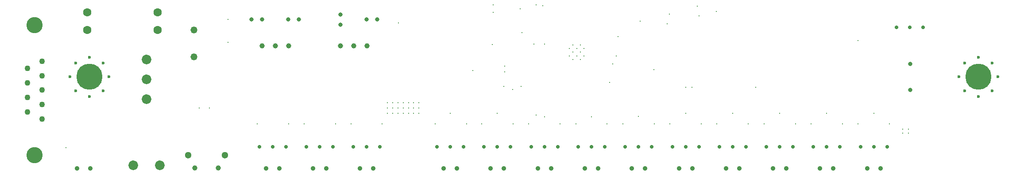
<source format=gbr>
%TF.GenerationSoftware,KiCad,Pcbnew,9.0.1*%
%TF.CreationDate,2025-06-18T18:38:48+02:00*%
%TF.ProjectId,open_g_db,6f70656e-5f67-45f6-9462-2e6b69636164,rev?*%
%TF.SameCoordinates,Original*%
%TF.FileFunction,Plated,1,4,PTH,Drill*%
%TF.FilePolarity,Positive*%
%FSLAX46Y46*%
G04 Gerber Fmt 4.6, Leading zero omitted, Abs format (unit mm)*
G04 Created by KiCad (PCBNEW 9.0.1) date 2025-06-18 18:38:48*
%MOMM*%
%LPD*%
G01*
G04 APERTURE LIST*
%TA.AperFunction,ComponentDrill*%
%ADD10C,0.200000*%
%TD*%
%TA.AperFunction,ViaDrill*%
%ADD11C,0.300000*%
%TD*%
%TA.AperFunction,ComponentDrill*%
%ADD12C,0.600000*%
%TD*%
%TA.AperFunction,ComponentDrill*%
%ADD13C,0.720000*%
%TD*%
%TA.AperFunction,ComponentDrill*%
%ADD14C,0.800000*%
%TD*%
%TA.AperFunction,ComponentDrill*%
%ADD15C,0.900000*%
%TD*%
%TA.AperFunction,ComponentDrill*%
%ADD16C,0.990000*%
%TD*%
%TA.AperFunction,ComponentDrill*%
%ADD17C,1.000000*%
%TD*%
%TA.AperFunction,ComponentDrill*%
%ADD18C,1.100000*%
%TD*%
%TA.AperFunction,ComponentDrill*%
%ADD19C,1.300000*%
%TD*%
%TA.AperFunction,ComponentDrill*%
%ADD20C,1.320000*%
%TD*%
%TA.AperFunction,ComponentDrill*%
%ADD21C,1.600000*%
%TD*%
%TA.AperFunction,ComponentDrill*%
%ADD22C,1.850000*%
%TD*%
%TA.AperFunction,ComponentDrill*%
%ADD23C,3.100000*%
%TD*%
%TA.AperFunction,ComponentDrill*%
%ADD24C,5.000000*%
%TD*%
G04 APERTURE END LIST*
D10*
%TO.C,U1*%
X151780000Y-69550000D03*
X151780000Y-70950000D03*
X152480000Y-68850000D03*
X152480000Y-70250000D03*
X152480000Y-71650000D03*
X153180000Y-69550000D03*
X153180000Y-70950000D03*
X153880000Y-68850000D03*
X153880000Y-70250000D03*
X153880000Y-71650000D03*
X154580000Y-69550000D03*
X154580000Y-70950000D03*
%TD*%
D11*
X55500000Y-88600000D03*
X81000000Y-81000000D03*
X82900000Y-81000000D03*
X86500000Y-64000000D03*
X86500000Y-68400000D03*
X92060000Y-84000000D03*
X98060000Y-84000000D03*
X101060000Y-84000000D03*
X107060000Y-84000000D03*
X110000000Y-84000000D03*
X115960000Y-84000000D03*
X117000000Y-80000000D03*
X117000000Y-81000000D03*
X117000000Y-82000000D03*
X118000000Y-80000000D03*
X118000000Y-81000000D03*
X118000000Y-82000000D03*
X119000000Y-80000000D03*
X119000000Y-81000000D03*
X119000000Y-82000000D03*
X119100000Y-64600000D03*
X120000000Y-80000000D03*
X120000000Y-81000000D03*
X120000000Y-82000000D03*
X121000000Y-80000000D03*
X121000000Y-81000000D03*
X121000000Y-82000000D03*
X122000000Y-80000000D03*
X122000000Y-81000000D03*
X122000000Y-82000000D03*
X123000000Y-80000000D03*
X123000000Y-81000000D03*
X123000000Y-82000000D03*
X126100000Y-84000000D03*
X129000000Y-82000000D03*
X132100000Y-84000000D03*
X133300000Y-73800000D03*
X135000000Y-84000000D03*
X137000000Y-68800000D03*
X137200000Y-61200000D03*
X137200000Y-62600000D03*
X138000000Y-82000000D03*
X139199000Y-76801000D03*
X139400000Y-72900000D03*
X139400000Y-74000000D03*
X140900000Y-77400000D03*
X141000000Y-84000000D03*
X142400000Y-61900000D03*
X142500000Y-76800000D03*
X142700000Y-66500000D03*
X144000000Y-84000000D03*
X145000000Y-68700000D03*
X145400000Y-61200000D03*
X145400000Y-82300000D03*
X146700000Y-61300000D03*
X147000000Y-68700000D03*
X147000000Y-82700000D03*
X150000000Y-84000000D03*
X153000000Y-84000000D03*
X156000000Y-82700000D03*
X159000000Y-84000000D03*
X159500000Y-76100000D03*
X160100000Y-72500000D03*
X160725735Y-71025735D03*
X161100000Y-67300000D03*
X162000000Y-84000000D03*
X165000000Y-82600000D03*
X165300000Y-64300000D03*
X167900000Y-73600000D03*
X168000000Y-84000000D03*
X170500000Y-64800000D03*
X170900000Y-62900000D03*
X171000000Y-84000000D03*
X174000000Y-77000000D03*
X174000000Y-82000000D03*
X175200000Y-77000000D03*
X176200000Y-61400000D03*
X176600000Y-63300000D03*
X177000000Y-84000000D03*
X179900000Y-62400000D03*
X180000000Y-84000000D03*
X183000000Y-82000000D03*
X186000000Y-84000000D03*
X187400000Y-77000000D03*
X189000000Y-84000000D03*
X192000000Y-82000000D03*
X195000000Y-84000000D03*
X198000000Y-84000000D03*
X201000000Y-82000000D03*
X204000000Y-84000000D03*
X207000000Y-68000000D03*
X207000000Y-84000000D03*
X210000000Y-82000000D03*
X213000000Y-84000000D03*
X215500000Y-85000000D03*
X215500000Y-85800000D03*
X216600000Y-85000000D03*
X216600000Y-85800000D03*
D12*
%TO.C,H2*%
X56250000Y-75000000D03*
X57348350Y-72348350D03*
X57348350Y-77651650D03*
X60000000Y-71250000D03*
X60000000Y-78750000D03*
X62651650Y-72348350D03*
X62651650Y-77651650D03*
X63750000Y-75000000D03*
%TO.C,H1*%
X226250000Y-75000000D03*
X227348350Y-72348350D03*
X227348350Y-77651650D03*
X230000000Y-71250000D03*
X230000000Y-78750000D03*
X232651650Y-72348350D03*
X232651650Y-77651650D03*
X233750000Y-75000000D03*
D13*
%TO.C,Q2*%
X92460000Y-88400000D03*
X95000000Y-88400000D03*
X97540000Y-88400000D03*
%TO.C,Q3*%
X101460000Y-88400000D03*
X104000000Y-88400000D03*
X106540000Y-88400000D03*
%TO.C,Q4*%
X110460000Y-88400000D03*
X113000000Y-88400000D03*
X115540000Y-88400000D03*
%TO.C,Q5*%
X126460000Y-88430000D03*
X129000000Y-88430000D03*
X131540000Y-88430000D03*
%TO.C,Q6*%
X135460000Y-88430000D03*
X138000000Y-88430000D03*
X140540000Y-88430000D03*
%TO.C,Q7*%
X144460000Y-88430000D03*
X147000000Y-88430000D03*
X149540000Y-88430000D03*
%TO.C,Q8*%
X153460000Y-88430000D03*
X156000000Y-88430000D03*
X158540000Y-88430000D03*
%TO.C,Q9*%
X162460000Y-88430000D03*
X165000000Y-88430000D03*
X167540000Y-88430000D03*
%TO.C,Q10*%
X171460000Y-88430000D03*
X174000000Y-88430000D03*
X176540000Y-88430000D03*
%TO.C,Q11*%
X180460000Y-88430000D03*
X183000000Y-88430000D03*
X185540000Y-88430000D03*
%TO.C,Q12*%
X189460000Y-88430000D03*
X192000000Y-88430000D03*
X194540000Y-88430000D03*
%TO.C,Q13*%
X198460000Y-88430000D03*
X201000000Y-88430000D03*
X203540000Y-88430000D03*
%TO.C,Q14*%
X207460000Y-88430000D03*
X210000000Y-88430000D03*
X212540000Y-88430000D03*
%TO.C,Q1*%
X214360001Y-65470000D03*
X216900000Y-65470000D03*
X219440000Y-65470000D03*
D14*
%TO.C,C4*%
X91000000Y-64000000D03*
X93000000Y-64000000D03*
%TO.C,C5*%
X98000000Y-64000000D03*
X100000000Y-64000000D03*
%TO.C,C9*%
X108000000Y-63000000D03*
X108000000Y-65000000D03*
%TO.C,C10*%
X113000000Y-64000000D03*
X115000000Y-64000000D03*
%TO.C,LS1*%
X217000000Y-72500000D03*
X217000000Y-77500000D03*
D15*
%TO.C,D2*%
X57630000Y-92565000D03*
X60170000Y-92565000D03*
%TO.C,D4*%
X93730000Y-92565000D03*
X96270000Y-92565000D03*
%TO.C,D5*%
X102730000Y-92565000D03*
X105270000Y-92565000D03*
%TO.C,D6*%
X111730000Y-92565000D03*
X114270000Y-92565000D03*
%TO.C,D7*%
X127730000Y-92595000D03*
X130270000Y-92595000D03*
%TO.C,D8*%
X136730000Y-92595000D03*
X139270000Y-92595000D03*
%TO.C,D9*%
X145730000Y-92595000D03*
X148270000Y-92595000D03*
%TO.C,D10*%
X154730000Y-92595000D03*
X157270000Y-92595000D03*
%TO.C,D11*%
X163730000Y-92595000D03*
X166270000Y-92595000D03*
%TO.C,D12*%
X172730000Y-92595000D03*
X175270000Y-92595000D03*
%TO.C,D13*%
X181730000Y-92595000D03*
X184270000Y-92595000D03*
%TO.C,D14*%
X190730000Y-92595000D03*
X193270000Y-92595000D03*
%TO.C,D15*%
X199730000Y-92595000D03*
X202270000Y-92595000D03*
%TO.C,D16*%
X208730000Y-92595000D03*
X211270000Y-92595000D03*
D16*
%TO.C,J2*%
X80135000Y-92490000D03*
X84635000Y-92490000D03*
D17*
%TO.C,PS1*%
X93000000Y-69035000D03*
X95540000Y-69035000D03*
X98080000Y-69035000D03*
%TO.C,PS2*%
X108000000Y-69000000D03*
X110540000Y-69000000D03*
X113080000Y-69000000D03*
D18*
%TO.C,J1*%
X48100000Y-73390000D03*
X48100000Y-76160000D03*
X48100000Y-78930000D03*
X48100000Y-81700000D03*
X50940000Y-72005000D03*
X50940000Y-74775000D03*
X50940000Y-77545000D03*
X50940000Y-80315000D03*
X50940000Y-83085000D03*
D19*
%TO.C,J2*%
X78880000Y-90000000D03*
X85890000Y-90000000D03*
D20*
%TO.C,D1*%
X80000000Y-66000000D03*
X80000000Y-71150000D03*
D21*
%TO.C,F1*%
X59530000Y-62600000D03*
X59530000Y-66000000D03*
X73000000Y-62600000D03*
X73000000Y-66000000D03*
D22*
%TO.C,S1*%
X68360000Y-92000000D03*
X70900000Y-71680000D03*
X70900000Y-75490000D03*
X70900000Y-79300000D03*
X73440000Y-92000000D03*
D23*
%TO.C,J1*%
X49520000Y-65050000D03*
X49520000Y-90040000D03*
D24*
%TO.C,H2*%
X60000000Y-75000000D03*
%TO.C,H1*%
X230000000Y-75000000D03*
M02*

</source>
